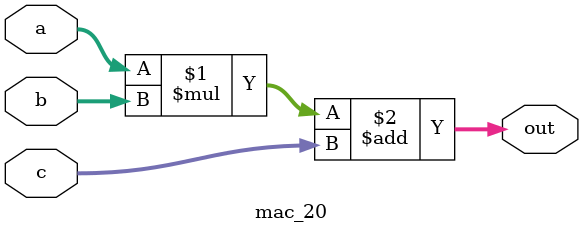
<source format=v>

module mac_20(a, b, c, out);
parameter DATA_WIDTH = 20;  /* declare a parameter. default required */
input [DATA_WIDTH - 1 : 0] a, b, c;
output [DATA_WIDTH - 1 : 0] out;

assign out = a * b + c;

endmodule










</source>
